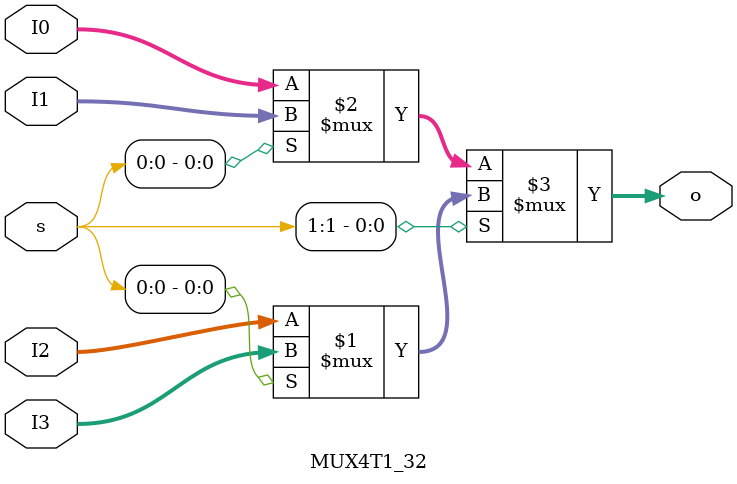
<source format=v>
`timescale 1ns / 1ps


module MUX4T1_32(input[31:0]I0,
                input[31:0]I1,
                input[31:0]I2,
                input[31:0]I3,   
                input [1:0]s,
                output[31:0]o
    );
    
    assign o = s[1] ?(s[0]? I3 : I2):(s[0]?I1:I0);
    
endmodule

</source>
